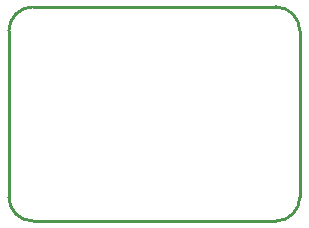
<source format=gko>
G04 Layer: BoardOutlineLayer*
G04 EasyEDA v6.5.28, 2023-08-24 20:05:08*
G04 9c66aa1ce33b43c093e5003b3976a485,a91715704fb945b483ebfb4622a18937,10*
G04 Gerber Generator version 0.2*
G04 Scale: 100 percent, Rotated: No, Reflected: No *
G04 Dimensions in inches *
G04 leading zeros omitted , absolute positions ,3 integer and 6 decimal *
%FSLAX36Y36*%
%MOIN*%

%ADD10C,0.0100*%
D10*
X475000Y2916001D02*
G01*
X475000Y3470000D01*
X1365000Y2836001D02*
G01*
X555000Y2836001D01*
X1445000Y3470000D02*
G01*
X1445000Y2916001D01*
X555000Y3550000D02*
G01*
X1365000Y3550000D01*
G75*
G01*
X1365000Y3550000D02*
G02*
X1445000Y3470000I0J-80000D01*
G75*
G01*
X1445000Y2916001D02*
G02*
X1365000Y2836001I-80000J0D01*
G75*
G01*
X555000Y2836001D02*
G02*
X475000Y2916001I0J80000D01*
G75*
G01*
X475000Y3470000D02*
G02*
X555000Y3550000I80000J0D01*

%LPD*%
M02*

</source>
